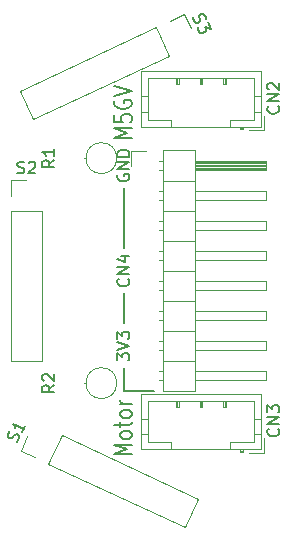
<source format=gto>
G04 #@! TF.FileFunction,Legend,Top*
%FSLAX46Y46*%
G04 Gerber Fmt 4.6, Leading zero omitted, Abs format (unit mm)*
G04 Created by KiCad (PCBNEW 4.0.7) date 05/22/20 14:46:27*
%MOMM*%
%LPD*%
G01*
G04 APERTURE LIST*
%ADD10C,0.100000*%
%ADD11C,0.200000*%
%ADD12C,0.150000*%
%ADD13C,0.120000*%
%ADD14R,2.100000X2.100000*%
%ADD15O,2.100000X2.100000*%
%ADD16R,1.600000X2.100000*%
%ADD17O,1.600000X2.100000*%
%ADD18C,2.100000*%
%ADD19C,3.900000*%
%ADD20C,2.000000*%
%ADD21O,2.000000X2.000000*%
G04 APERTURE END LIST*
D10*
D11*
X71755000Y-62865000D02*
X71755000Y-57785000D01*
X71755000Y-69215000D02*
X71755000Y-66675000D01*
X71755000Y-74930000D02*
X71755000Y-73025000D01*
X74295000Y-74930000D02*
X71755000Y-74930000D01*
D12*
X71207381Y-72358095D02*
X71207381Y-71739047D01*
X71588333Y-72072381D01*
X71588333Y-71929523D01*
X71635952Y-71834285D01*
X71683571Y-71786666D01*
X71778810Y-71739047D01*
X72016905Y-71739047D01*
X72112143Y-71786666D01*
X72159762Y-71834285D01*
X72207381Y-71929523D01*
X72207381Y-72215238D01*
X72159762Y-72310476D01*
X72112143Y-72358095D01*
X71207381Y-71453333D02*
X72207381Y-71120000D01*
X71207381Y-70786666D01*
X71207381Y-70548571D02*
X71207381Y-69929523D01*
X71588333Y-70262857D01*
X71588333Y-70119999D01*
X71635952Y-70024761D01*
X71683571Y-69977142D01*
X71778810Y-69929523D01*
X72016905Y-69929523D01*
X72112143Y-69977142D01*
X72159762Y-70024761D01*
X72207381Y-70119999D01*
X72207381Y-70405714D01*
X72159762Y-70500952D01*
X72112143Y-70548571D01*
X71255000Y-56641904D02*
X71207381Y-56737142D01*
X71207381Y-56879999D01*
X71255000Y-57022857D01*
X71350238Y-57118095D01*
X71445476Y-57165714D01*
X71635952Y-57213333D01*
X71778810Y-57213333D01*
X71969286Y-57165714D01*
X72064524Y-57118095D01*
X72159762Y-57022857D01*
X72207381Y-56879999D01*
X72207381Y-56784761D01*
X72159762Y-56641904D01*
X72112143Y-56594285D01*
X71778810Y-56594285D01*
X71778810Y-56784761D01*
X72207381Y-56165714D02*
X71207381Y-56165714D01*
X72207381Y-55594285D01*
X71207381Y-55594285D01*
X72207381Y-55118095D02*
X71207381Y-55118095D01*
X71207381Y-54880000D01*
X71255000Y-54737142D01*
X71350238Y-54641904D01*
X71445476Y-54594285D01*
X71635952Y-54546666D01*
X71778810Y-54546666D01*
X71969286Y-54594285D01*
X72064524Y-54641904D01*
X72159762Y-54737142D01*
X72207381Y-54880000D01*
X72207381Y-55118095D01*
D11*
X72433571Y-53520714D02*
X70933571Y-53520714D01*
X72005000Y-53120714D01*
X70933571Y-52720714D01*
X72433571Y-52720714D01*
X70933571Y-51577856D02*
X70933571Y-52149285D01*
X71647857Y-52206428D01*
X71576429Y-52149285D01*
X71505000Y-52034999D01*
X71505000Y-51749285D01*
X71576429Y-51634999D01*
X71647857Y-51577856D01*
X71790714Y-51520713D01*
X72147857Y-51520713D01*
X72290714Y-51577856D01*
X72362143Y-51634999D01*
X72433571Y-51749285D01*
X72433571Y-52034999D01*
X72362143Y-52149285D01*
X72290714Y-52206428D01*
X71005000Y-50377856D02*
X70933571Y-50492142D01*
X70933571Y-50663571D01*
X71005000Y-50834999D01*
X71147857Y-50949285D01*
X71290714Y-51006428D01*
X71576429Y-51063571D01*
X71790714Y-51063571D01*
X72076429Y-51006428D01*
X72219286Y-50949285D01*
X72362143Y-50834999D01*
X72433571Y-50663571D01*
X72433571Y-50549285D01*
X72362143Y-50377856D01*
X72290714Y-50320713D01*
X71790714Y-50320713D01*
X71790714Y-50549285D01*
X70933571Y-49977856D02*
X72433571Y-49577856D01*
X70933571Y-49177856D01*
X72433571Y-80305000D02*
X70933571Y-80305000D01*
X72005000Y-79905000D01*
X70933571Y-79505000D01*
X72433571Y-79505000D01*
X72433571Y-78762142D02*
X72362143Y-78876428D01*
X72290714Y-78933571D01*
X72147857Y-78990714D01*
X71719286Y-78990714D01*
X71576429Y-78933571D01*
X71505000Y-78876428D01*
X71433571Y-78762142D01*
X71433571Y-78590714D01*
X71505000Y-78476428D01*
X71576429Y-78419285D01*
X71719286Y-78362142D01*
X72147857Y-78362142D01*
X72290714Y-78419285D01*
X72362143Y-78476428D01*
X72433571Y-78590714D01*
X72433571Y-78762142D01*
X71433571Y-78019285D02*
X71433571Y-77562142D01*
X70933571Y-77847857D02*
X72219286Y-77847857D01*
X72362143Y-77790714D01*
X72433571Y-77676428D01*
X72433571Y-77562142D01*
X72433571Y-76990714D02*
X72362143Y-77105000D01*
X72290714Y-77162143D01*
X72147857Y-77219286D01*
X71719286Y-77219286D01*
X71576429Y-77162143D01*
X71505000Y-77105000D01*
X71433571Y-76990714D01*
X71433571Y-76819286D01*
X71505000Y-76705000D01*
X71576429Y-76647857D01*
X71719286Y-76590714D01*
X72147857Y-76590714D01*
X72290714Y-76647857D01*
X72362143Y-76705000D01*
X72433571Y-76819286D01*
X72433571Y-76990714D01*
X72433571Y-76076429D02*
X71433571Y-76076429D01*
X71719286Y-76076429D02*
X71576429Y-76019286D01*
X71505000Y-75962143D01*
X71433571Y-75847857D01*
X71433571Y-75733572D01*
D13*
X83330000Y-52600000D02*
X83330000Y-47900000D01*
X83330000Y-47900000D02*
X73230000Y-47900000D01*
X73230000Y-47900000D02*
X73230000Y-52600000D01*
X73230000Y-52600000D02*
X83330000Y-52600000D01*
X80780000Y-52600000D02*
X80780000Y-52000000D01*
X80780000Y-52000000D02*
X82730000Y-52000000D01*
X82730000Y-52000000D02*
X82730000Y-48500000D01*
X82730000Y-48500000D02*
X73830000Y-48500000D01*
X73830000Y-48500000D02*
X73830000Y-52000000D01*
X73830000Y-52000000D02*
X75780000Y-52000000D01*
X75780000Y-52000000D02*
X75780000Y-52600000D01*
X83330000Y-51300000D02*
X82730000Y-51300000D01*
X83330000Y-50000000D02*
X82730000Y-50000000D01*
X73230000Y-51300000D02*
X73830000Y-51300000D01*
X73230000Y-50000000D02*
X73830000Y-50000000D01*
X81580000Y-52600000D02*
X81580000Y-52800000D01*
X81580000Y-52800000D02*
X81880000Y-52800000D01*
X81880000Y-52800000D02*
X81880000Y-52600000D01*
X81580000Y-52700000D02*
X81880000Y-52700000D01*
X80380000Y-48500000D02*
X80380000Y-49000000D01*
X80380000Y-49000000D02*
X80180000Y-49000000D01*
X80180000Y-49000000D02*
X80180000Y-48500000D01*
X80280000Y-48500000D02*
X80280000Y-49000000D01*
X78380000Y-48500000D02*
X78380000Y-49000000D01*
X78380000Y-49000000D02*
X78180000Y-49000000D01*
X78180000Y-49000000D02*
X78180000Y-48500000D01*
X78280000Y-48500000D02*
X78280000Y-49000000D01*
X76380000Y-48500000D02*
X76380000Y-49000000D01*
X76380000Y-49000000D02*
X76180000Y-49000000D01*
X76180000Y-49000000D02*
X76180000Y-48500000D01*
X76280000Y-48500000D02*
X76280000Y-49000000D01*
X82380000Y-52900000D02*
X83630000Y-52900000D01*
X83630000Y-52900000D02*
X83630000Y-51650000D01*
X83330000Y-79905000D02*
X83330000Y-75205000D01*
X83330000Y-75205000D02*
X73230000Y-75205000D01*
X73230000Y-75205000D02*
X73230000Y-79905000D01*
X73230000Y-79905000D02*
X83330000Y-79905000D01*
X80780000Y-79905000D02*
X80780000Y-79305000D01*
X80780000Y-79305000D02*
X82730000Y-79305000D01*
X82730000Y-79305000D02*
X82730000Y-75805000D01*
X82730000Y-75805000D02*
X73830000Y-75805000D01*
X73830000Y-75805000D02*
X73830000Y-79305000D01*
X73830000Y-79305000D02*
X75780000Y-79305000D01*
X75780000Y-79305000D02*
X75780000Y-79905000D01*
X83330000Y-78605000D02*
X82730000Y-78605000D01*
X83330000Y-77305000D02*
X82730000Y-77305000D01*
X73230000Y-78605000D02*
X73830000Y-78605000D01*
X73230000Y-77305000D02*
X73830000Y-77305000D01*
X81580000Y-79905000D02*
X81580000Y-80105000D01*
X81580000Y-80105000D02*
X81880000Y-80105000D01*
X81880000Y-80105000D02*
X81880000Y-79905000D01*
X81580000Y-80005000D02*
X81880000Y-80005000D01*
X80380000Y-75805000D02*
X80380000Y-76305000D01*
X80380000Y-76305000D02*
X80180000Y-76305000D01*
X80180000Y-76305000D02*
X80180000Y-75805000D01*
X80280000Y-75805000D02*
X80280000Y-76305000D01*
X78380000Y-75805000D02*
X78380000Y-76305000D01*
X78380000Y-76305000D02*
X78180000Y-76305000D01*
X78180000Y-76305000D02*
X78180000Y-75805000D01*
X78280000Y-75805000D02*
X78280000Y-76305000D01*
X76380000Y-75805000D02*
X76380000Y-76305000D01*
X76380000Y-76305000D02*
X76180000Y-76305000D01*
X76180000Y-76305000D02*
X76180000Y-75805000D01*
X76280000Y-75805000D02*
X76280000Y-76305000D01*
X82380000Y-80205000D02*
X83630000Y-80205000D01*
X83630000Y-80205000D02*
X83630000Y-78955000D01*
X75100000Y-54550000D02*
X75100000Y-74990000D01*
X75100000Y-74990000D02*
X77760000Y-74990000D01*
X77760000Y-74990000D02*
X77760000Y-54550000D01*
X77760000Y-54550000D02*
X75100000Y-54550000D01*
X77760000Y-55500000D02*
X83760000Y-55500000D01*
X83760000Y-55500000D02*
X83760000Y-56260000D01*
X83760000Y-56260000D02*
X77760000Y-56260000D01*
X77760000Y-55560000D02*
X83760000Y-55560000D01*
X77760000Y-55680000D02*
X83760000Y-55680000D01*
X77760000Y-55800000D02*
X83760000Y-55800000D01*
X77760000Y-55920000D02*
X83760000Y-55920000D01*
X77760000Y-56040000D02*
X83760000Y-56040000D01*
X77760000Y-56160000D02*
X83760000Y-56160000D01*
X74770000Y-55500000D02*
X75100000Y-55500000D01*
X74770000Y-56260000D02*
X75100000Y-56260000D01*
X75100000Y-57150000D02*
X77760000Y-57150000D01*
X77760000Y-58040000D02*
X83760000Y-58040000D01*
X83760000Y-58040000D02*
X83760000Y-58800000D01*
X83760000Y-58800000D02*
X77760000Y-58800000D01*
X74702929Y-58040000D02*
X75100000Y-58040000D01*
X74702929Y-58800000D02*
X75100000Y-58800000D01*
X75100000Y-59690000D02*
X77760000Y-59690000D01*
X77760000Y-60580000D02*
X83760000Y-60580000D01*
X83760000Y-60580000D02*
X83760000Y-61340000D01*
X83760000Y-61340000D02*
X77760000Y-61340000D01*
X74702929Y-60580000D02*
X75100000Y-60580000D01*
X74702929Y-61340000D02*
X75100000Y-61340000D01*
X75100000Y-62230000D02*
X77760000Y-62230000D01*
X77760000Y-63120000D02*
X83760000Y-63120000D01*
X83760000Y-63120000D02*
X83760000Y-63880000D01*
X83760000Y-63880000D02*
X77760000Y-63880000D01*
X74702929Y-63120000D02*
X75100000Y-63120000D01*
X74702929Y-63880000D02*
X75100000Y-63880000D01*
X75100000Y-64770000D02*
X77760000Y-64770000D01*
X77760000Y-65660000D02*
X83760000Y-65660000D01*
X83760000Y-65660000D02*
X83760000Y-66420000D01*
X83760000Y-66420000D02*
X77760000Y-66420000D01*
X74702929Y-65660000D02*
X75100000Y-65660000D01*
X74702929Y-66420000D02*
X75100000Y-66420000D01*
X75100000Y-67310000D02*
X77760000Y-67310000D01*
X77760000Y-68200000D02*
X83760000Y-68200000D01*
X83760000Y-68200000D02*
X83760000Y-68960000D01*
X83760000Y-68960000D02*
X77760000Y-68960000D01*
X74702929Y-68200000D02*
X75100000Y-68200000D01*
X74702929Y-68960000D02*
X75100000Y-68960000D01*
X75100000Y-69850000D02*
X77760000Y-69850000D01*
X77760000Y-70740000D02*
X83760000Y-70740000D01*
X83760000Y-70740000D02*
X83760000Y-71500000D01*
X83760000Y-71500000D02*
X77760000Y-71500000D01*
X74702929Y-70740000D02*
X75100000Y-70740000D01*
X74702929Y-71500000D02*
X75100000Y-71500000D01*
X75100000Y-72390000D02*
X77760000Y-72390000D01*
X77760000Y-73280000D02*
X83760000Y-73280000D01*
X83760000Y-73280000D02*
X83760000Y-74040000D01*
X83760000Y-74040000D02*
X77760000Y-74040000D01*
X74702929Y-73280000D02*
X75100000Y-73280000D01*
X74702929Y-74040000D02*
X75100000Y-74040000D01*
X72390000Y-55880000D02*
X72390000Y-54610000D01*
X72390000Y-54610000D02*
X73660000Y-54610000D01*
X76923416Y-86509724D02*
X78047581Y-84098945D01*
X65358929Y-81117115D02*
X76923416Y-86509724D01*
X66483093Y-78706336D02*
X78047581Y-84098945D01*
X65358929Y-81117115D02*
X66483093Y-78706336D01*
X64207918Y-80580389D02*
X63002528Y-80018307D01*
X63002528Y-80018307D02*
X63564611Y-78812918D01*
X62170000Y-72450000D02*
X64830000Y-72450000D01*
X62170000Y-59690000D02*
X62170000Y-72450000D01*
X64830000Y-59690000D02*
X64830000Y-72450000D01*
X62170000Y-59690000D02*
X64830000Y-59690000D01*
X62170000Y-58420000D02*
X62170000Y-57090000D01*
X62170000Y-57090000D02*
X63500000Y-57090000D01*
X62922419Y-49554945D02*
X64046584Y-51965724D01*
X74486907Y-44162336D02*
X62922419Y-49554945D01*
X75611071Y-46573115D02*
X64046584Y-51965724D01*
X74486907Y-44162336D02*
X75611071Y-46573115D01*
X75637918Y-43625611D02*
X76843307Y-43063528D01*
X76843307Y-43063528D02*
X77405389Y-44268918D01*
X71160000Y-55245000D02*
G75*
G03X71160000Y-55245000I-1310000J0D01*
G01*
X68540000Y-55245000D02*
X68410000Y-55245000D01*
X71160000Y-74295000D02*
G75*
G03X71160000Y-74295000I-1310000J0D01*
G01*
X68540000Y-74295000D02*
X68410000Y-74295000D01*
D12*
X84812143Y-50855476D02*
X84859762Y-50903095D01*
X84907381Y-51045952D01*
X84907381Y-51141190D01*
X84859762Y-51284048D01*
X84764524Y-51379286D01*
X84669286Y-51426905D01*
X84478810Y-51474524D01*
X84335952Y-51474524D01*
X84145476Y-51426905D01*
X84050238Y-51379286D01*
X83955000Y-51284048D01*
X83907381Y-51141190D01*
X83907381Y-51045952D01*
X83955000Y-50903095D01*
X84002619Y-50855476D01*
X84907381Y-50426905D02*
X83907381Y-50426905D01*
X84907381Y-49855476D01*
X83907381Y-49855476D01*
X84002619Y-49426905D02*
X83955000Y-49379286D01*
X83907381Y-49284048D01*
X83907381Y-49045952D01*
X83955000Y-48950714D01*
X84002619Y-48903095D01*
X84097857Y-48855476D01*
X84193095Y-48855476D01*
X84335952Y-48903095D01*
X84907381Y-49474524D01*
X84907381Y-48855476D01*
X84812143Y-78160476D02*
X84859762Y-78208095D01*
X84907381Y-78350952D01*
X84907381Y-78446190D01*
X84859762Y-78589048D01*
X84764524Y-78684286D01*
X84669286Y-78731905D01*
X84478810Y-78779524D01*
X84335952Y-78779524D01*
X84145476Y-78731905D01*
X84050238Y-78684286D01*
X83955000Y-78589048D01*
X83907381Y-78446190D01*
X83907381Y-78350952D01*
X83955000Y-78208095D01*
X84002619Y-78160476D01*
X84907381Y-77731905D02*
X83907381Y-77731905D01*
X84907381Y-77160476D01*
X83907381Y-77160476D01*
X83907381Y-76779524D02*
X83907381Y-76160476D01*
X84288333Y-76493810D01*
X84288333Y-76350952D01*
X84335952Y-76255714D01*
X84383571Y-76208095D01*
X84478810Y-76160476D01*
X84716905Y-76160476D01*
X84812143Y-76208095D01*
X84859762Y-76255714D01*
X84907381Y-76350952D01*
X84907381Y-76636667D01*
X84859762Y-76731905D01*
X84812143Y-76779524D01*
X72112143Y-65460476D02*
X72159762Y-65508095D01*
X72207381Y-65650952D01*
X72207381Y-65746190D01*
X72159762Y-65889048D01*
X72064524Y-65984286D01*
X71969286Y-66031905D01*
X71778810Y-66079524D01*
X71635952Y-66079524D01*
X71445476Y-66031905D01*
X71350238Y-65984286D01*
X71255000Y-65889048D01*
X71207381Y-65746190D01*
X71207381Y-65650952D01*
X71255000Y-65508095D01*
X71302619Y-65460476D01*
X72207381Y-65031905D02*
X71207381Y-65031905D01*
X72207381Y-64460476D01*
X71207381Y-64460476D01*
X71540714Y-63555714D02*
X72207381Y-63555714D01*
X71159762Y-63793810D02*
X71874048Y-64031905D01*
X71874048Y-63412857D01*
X62703147Y-79251879D02*
X62806678Y-79142531D01*
X62907302Y-78926743D01*
X62904394Y-78820304D01*
X62881361Y-78757022D01*
X62815171Y-78673615D01*
X62728856Y-78633365D01*
X62622416Y-78636274D01*
X62559134Y-78659306D01*
X62475727Y-78725496D01*
X62352070Y-78878002D01*
X62268663Y-78944193D01*
X62205381Y-78967225D01*
X62098941Y-78970134D01*
X62012627Y-78929884D01*
X61946436Y-78846477D01*
X61923403Y-78783195D01*
X61920495Y-78676756D01*
X62021119Y-78460968D01*
X62124650Y-78351620D01*
X63390294Y-77890963D02*
X63148798Y-78408854D01*
X63269546Y-78149909D02*
X62363238Y-77727291D01*
X62452461Y-77873979D01*
X62498527Y-78000544D01*
X62501435Y-78106983D01*
X62738095Y-56494762D02*
X62880952Y-56542381D01*
X63119048Y-56542381D01*
X63214286Y-56494762D01*
X63261905Y-56447143D01*
X63309524Y-56351905D01*
X63309524Y-56256667D01*
X63261905Y-56161429D01*
X63214286Y-56113810D01*
X63119048Y-56066190D01*
X62928571Y-56018571D01*
X62833333Y-55970952D01*
X62785714Y-55923333D01*
X62738095Y-55828095D01*
X62738095Y-55732857D01*
X62785714Y-55637619D01*
X62833333Y-55590000D01*
X62928571Y-55542381D01*
X63166667Y-55542381D01*
X63309524Y-55590000D01*
X63690476Y-55637619D02*
X63738095Y-55590000D01*
X63833333Y-55542381D01*
X64071429Y-55542381D01*
X64166667Y-55590000D01*
X64214286Y-55637619D01*
X64261905Y-55732857D01*
X64261905Y-55828095D01*
X64214286Y-55970952D01*
X63642857Y-56542381D01*
X64261905Y-56542381D01*
X77622863Y-43326838D02*
X77640080Y-43476435D01*
X77740703Y-43692224D01*
X77824110Y-43758414D01*
X77887392Y-43781447D01*
X77993832Y-43784355D01*
X78080147Y-43744106D01*
X78146337Y-43660699D01*
X78169370Y-43597417D01*
X78172279Y-43490977D01*
X78134937Y-43298221D01*
X78137845Y-43191782D01*
X78160878Y-43128500D01*
X78227069Y-43045093D01*
X78313384Y-43004843D01*
X78419823Y-43007752D01*
X78483105Y-43030784D01*
X78566512Y-43096975D01*
X78667136Y-43312763D01*
X78684352Y-43462360D01*
X78868382Y-43744338D02*
X79130003Y-44305386D01*
X78643871Y-44164280D01*
X78704245Y-44293753D01*
X78701337Y-44400193D01*
X78678304Y-44463475D01*
X78612113Y-44546882D01*
X78396325Y-44647505D01*
X78289886Y-44644597D01*
X78226604Y-44621564D01*
X78143197Y-44555374D01*
X78022449Y-44296428D01*
X78025357Y-44189989D01*
X78048389Y-44126707D01*
X65857381Y-55411666D02*
X65381190Y-55745000D01*
X65857381Y-55983095D02*
X64857381Y-55983095D01*
X64857381Y-55602142D01*
X64905000Y-55506904D01*
X64952619Y-55459285D01*
X65047857Y-55411666D01*
X65190714Y-55411666D01*
X65285952Y-55459285D01*
X65333571Y-55506904D01*
X65381190Y-55602142D01*
X65381190Y-55983095D01*
X65857381Y-54459285D02*
X65857381Y-55030714D01*
X65857381Y-54745000D02*
X64857381Y-54745000D01*
X65000238Y-54840238D01*
X65095476Y-54935476D01*
X65143095Y-55030714D01*
X65857381Y-74461666D02*
X65381190Y-74795000D01*
X65857381Y-75033095D02*
X64857381Y-75033095D01*
X64857381Y-74652142D01*
X64905000Y-74556904D01*
X64952619Y-74509285D01*
X65047857Y-74461666D01*
X65190714Y-74461666D01*
X65285952Y-74509285D01*
X65333571Y-74556904D01*
X65381190Y-74652142D01*
X65381190Y-75033095D01*
X64952619Y-74080714D02*
X64905000Y-74033095D01*
X64857381Y-73937857D01*
X64857381Y-73699761D01*
X64905000Y-73604523D01*
X64952619Y-73556904D01*
X65047857Y-73509285D01*
X65143095Y-73509285D01*
X65285952Y-73556904D01*
X65857381Y-74128333D01*
X65857381Y-73509285D01*
%LPC*%
D14*
X69850000Y-60960000D03*
D15*
X67310000Y-60960000D03*
X69850000Y-63500000D03*
X67310000Y-63500000D03*
X69850000Y-66040000D03*
X67310000Y-66040000D03*
X69850000Y-68580000D03*
X67310000Y-68580000D03*
D16*
X81280000Y-50800000D03*
D17*
X79280000Y-50800000D03*
X77280000Y-50800000D03*
X75280000Y-50800000D03*
D16*
X81280000Y-78105000D03*
D17*
X79280000Y-78105000D03*
X77280000Y-78105000D03*
X75280000Y-78105000D03*
D14*
X73660000Y-55880000D03*
D15*
X73660000Y-58420000D03*
X73660000Y-60960000D03*
X73660000Y-63500000D03*
X73660000Y-66040000D03*
X73660000Y-68580000D03*
X73660000Y-71120000D03*
X73660000Y-73660000D03*
D10*
G36*
X65277874Y-80770372D02*
X63374628Y-79882874D01*
X64262126Y-77979628D01*
X66165372Y-78867126D01*
X65277874Y-80770372D01*
X65277874Y-80770372D01*
G37*
D18*
X67072022Y-80448450D02*
X67072022Y-80448450D01*
X69374044Y-81521901D02*
X69374044Y-81521901D01*
X71676065Y-82595351D02*
X71676065Y-82595351D01*
X73978087Y-83668802D02*
X73978087Y-83668802D01*
X76280109Y-84742252D02*
X76280109Y-84742252D01*
D14*
X63500000Y-58420000D03*
D15*
X63500000Y-60960000D03*
X63500000Y-63500000D03*
X63500000Y-66040000D03*
X63500000Y-68580000D03*
X63500000Y-71120000D03*
D10*
G36*
X74804628Y-44323126D02*
X76707874Y-43435628D01*
X77595372Y-45338874D01*
X75692126Y-46226372D01*
X74804628Y-44323126D01*
X74804628Y-44323126D01*
G37*
D18*
X73897978Y-45904450D02*
X73897978Y-45904450D01*
X71595956Y-46977901D02*
X71595956Y-46977901D01*
X69293935Y-48051351D02*
X69293935Y-48051351D01*
X66991913Y-49124802D02*
X66991913Y-49124802D01*
X64689891Y-50198252D02*
X64689891Y-50198252D01*
D19*
X64135000Y-45720000D03*
X81915000Y-45720000D03*
X64135000Y-83820000D03*
X81915000Y-83820000D03*
D20*
X69850000Y-55245000D03*
D21*
X67310000Y-55245000D03*
D20*
X69850000Y-74295000D03*
D21*
X67310000Y-74295000D03*
M02*

</source>
